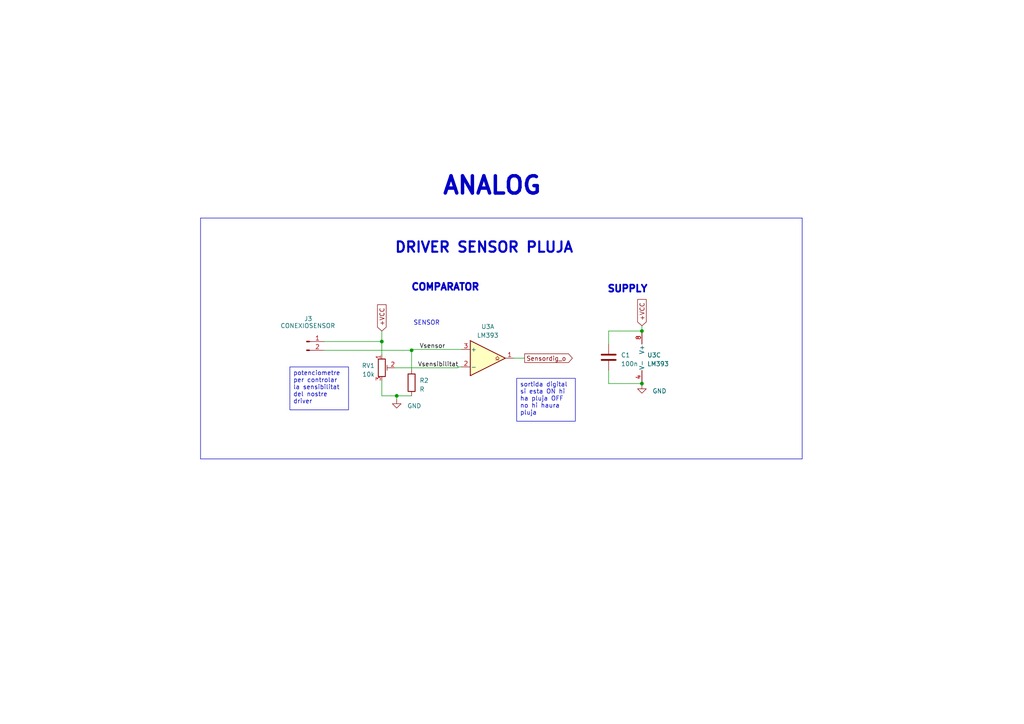
<source format=kicad_sch>
(kicad_sch (version 20230121) (generator eeschema)
  (paper "A4")
  (title_block (title "Projecte Netejaparabrises - Grup 4 Tarda") (date "2023-04-05") (rev "v1.1.05042023"))
  (lib_symbols
    (symbol "Comparator:LM393" (pin_names (offset 0.127))
      (property "Reference" "U" (at 3.81 3.81 0))
      (property "Value" "LM393" (at 6.35 -3.81 0))
      (symbol "LM393_1_1"
        (polyline (pts (xy -5.08 5.08) (xy 5.08 0) (xy -5.08 -5.08) (xy -5.08 5.08)) (stroke (width 0.254)) (fill (type background)))
        (polyline (pts (xy 3.302 -0.508) (xy 2.794 -0.508) (xy 3.302 0) (xy 2.794 0.508) (xy 2.286 0) (xy 2.794 -0.508) (xy 2.286 -0.508)) (stroke (width 0.127)))
        (pin open_collector line (at 7.62 0 180) (length 2.54) (name "~") (number "1"))
        (pin input line (at -7.62 -2.54 0) (length 2.54) (name "-") (number "2"))
        (pin input line (at -7.62 2.54 0) (length 2.54) (name "+") (number "3"))
      )
      (symbol "LM393_2_1"
        (polyline (pts (xy -5.08 5.08) (xy 5.08 0) (xy -5.08 -5.08) (xy -5.08 5.08)) (stroke (width 0.254)) (fill (type background)))
        (polyline (pts (xy 3.302 -0.508) (xy 2.794 -0.508) (xy 3.302 0) (xy 2.794 0.508) (xy 2.286 0) (xy 2.794 -0.508) (xy 2.286 -0.508)) (stroke (width 0.127)))
        (pin input line (at -7.62 2.54 0) (length 2.54) (name "+") (number "5"))
        (pin input line (at -7.62 -2.54 0) (length 2.54) (name "-") (number "6"))
        (pin open_collector line (at 7.62 0 180) (length 2.54) (name "~") (number "7"))
      )
      (symbol "LM393_3_1"
        (pin power_in line (at -2.54 -7.62 90) (length 3.81) (name "V-") (number "4"))
        (pin power_in line (at -2.54 7.62 270) (length 3.81) (name "V+") (number "8"))
      )
    )
    (symbol "Connector:Conn_01x02_Pin" (pin_names (offset 1.016) hide)
      (property "Reference" "J" (at 0 2.54 0))
      (property "Value" "Conn_01x02_Pin" (at 0 -5.08 0))
      (symbol "Conn_01x02_Pin_1_1"
        (polyline (pts (xy 1.27 -2.54) (xy 0.8636 -2.54)) (stroke (width 0.1524)))
        (polyline (pts (xy 1.27 0) (xy 0.8636 0)) (stroke (width 0.1524)))
        (rectangle (start 0.8636 -2.413) (end 0 -2.667) (stroke (width 0.1524)) (fill (type outline)))
        (rectangle (start 0.8636 0.127) (end 0 -0.127) (stroke (width 0.1524)) (fill (type outline)))
        (pin passive line (at 5.08 0 180) (length 3.81) (name "Pin_1") (number "1"))
        (pin passive line (at 5.08 -2.54 180) (length 3.81) (name "Pin_2") (number "2"))
      )
    )
    (symbol "Device:C" (pin_numbers hide) (pin_names (offset 0.254))
      (property "Reference" "C" (at 0.635 2.54 0))
      (property "Value" "C" (at 0.635 -2.54 0))
      (symbol "C_0_1"
        (polyline (pts (xy -2.032 -0.762) (xy 2.032 -0.762)) (stroke (width 0.508)))
        (polyline (pts (xy -2.032 0.762) (xy 2.032 0.762)) (stroke (width 0.508)))
      )
      (symbol "C_1_1"
        (pin passive line (at 0 3.81 270) (length 2.794) (name "~") (number "1"))
        (pin passive line (at 0 -3.81 90) (length 2.794) (name "~") (number "2"))
      )
    )
    (symbol "Device:R" (pin_numbers hide) (pin_names (offset 0))
      (property "Reference" "R" (at 2.032 0 90))
      (property "Value" "R" (at 0 0 90))
      (symbol "R_0_1"
        (rectangle (start -1.016 -2.54) (end 1.016 2.54) (stroke (width 0.254)))
      )
      (symbol "R_1_1"
        (pin passive line (at 0 3.81 270) (length 1.27) (name "~") (number "1"))
        (pin passive line (at 0 -3.81 90) (length 1.27) (name "~") (number "2"))
      )
    )
    (symbol "Device:R_Potentiometer_Trim" (pin_names (offset 1.016) hide)
      (property "Reference" "RV" (at -4.445 0 90))
      (property "Value" "R_Potentiometer_Trim" (at -2.54 0 90))
      (symbol "R_Potentiometer_Trim_0_1"
        (polyline (pts (xy 1.524 0.762) (xy 1.524 -0.762)))
        (polyline (pts (xy 2.54 0) (xy 1.524 0)))
        (rectangle (start 1.016 2.54) (end -1.016 -2.54) (stroke (width 0.254)))
      )
      (symbol "R_Potentiometer_Trim_1_1"
        (pin passive line (at 0 3.81 270) (length 1.27) (name "1") (number "1"))
        (pin passive line (at 3.81 0 180) (length 1.27) (name "2") (number "2"))
        (pin passive line (at 0 -3.81 90) (length 1.27) (name "3") (number "3"))
      )
    )
    (symbol "power:GND" (power) (pin_names (offset 0))
      (property "Value" "GND" (at 0 -3.81 0))
      (symbol "GND_0_1"
        (polyline (pts (xy 0 0) (xy 0 -1.27) (xy 1.27 -1.27) (xy 0 -2.54) (xy -1.27 -1.27) (xy 0 -1.27)))
      )
      (symbol "GND_1_1"
        (pin power_in line (at 0 0 270) (length 0) hide (name "GND") (number "1"))
      )
    )
  )
  (junction (at 110.744 99.06))
  (junction (at 119.38 101.6))
  (junction (at 186.182 96.012))
  (junction (at 186.182 111.252))
  (junction (at 115.062 114.808))
  (wire (pts (xy 93.98 99.06) (xy 110.744 99.06)))
  (wire (pts (xy 115.062 114.808) (xy 119.38 114.808)))
  (wire (pts (xy 119.38 101.346) (xy 133.858 101.346)))
  (wire (pts (xy 186.182 94.488) (xy 186.182 96.012)))
  (wire (pts (xy 149.098 103.886) (xy 152.146 103.886)))
  (wire (pts (xy 176.53 99.822) (xy 176.53 96.012)))
  (wire (pts (xy 176.53 111.252) (xy 186.182 111.252)))
  (wire (pts (xy 186.182 111.252) (xy 186.182 111.506)))
  (wire (pts (xy 110.744 96.012) (xy 110.744 99.06)))
  (wire (pts (xy 119.38 101.346) (xy 119.38 101.6)))
  (wire (pts (xy 176.53 96.012) (xy 186.182 96.012)))
  (wire (pts (xy 115.062 114.808) (xy 115.062 115.824)))
  (wire (pts (xy 132.842 106.68) (xy 114.554 106.68)))
  (wire (pts (xy 110.744 114.808) (xy 115.062 114.808)))
  (wire (pts (xy 132.842 106.426) (xy 132.842 106.68)))
  (wire (pts (xy 110.744 110.49) (xy 110.744 114.808)))
  (polyline (pts (xy 58.166 63.246) (xy 232.664 63.246)))
  (polyline (pts (xy 232.664 63.246) (xy 232.664 133.096)))
  (wire (pts (xy 119.38 101.6) (xy 119.38 107.188)))
  (wire (pts (xy 176.53 107.442) (xy 176.53 111.252)))
  (wire (pts (xy 132.842 106.426) (xy 133.858 106.426)))
  (wire (pts (xy 110.744 99.06) (xy 110.744 102.87)))
  (wire (pts (xy 93.98 101.6) (xy 119.38 101.6)))
  (polyline (pts (xy 232.664 133.096) (xy 58.166 133.096)))
  (polyline (pts (xy 58.166 63.246) (xy 58.166 133.096)))
  (text_box "potenciometre per controlar la sensibilitat del nostre driver" (at 84.074 106.426 0) (size 17.018 12.446) (effects (font (size 1.27 1.27)) (justify left top)))
  (text_box "sortida digital si esta ON hi ha pluja OFF no hi haura pluja\n" (at 149.86 109.728 0) (size 17.018 12.446) (effects (font (size 1.27 1.27)) (justify left top)))
  (text "COMPARATOR\n" (at 119.126 84.582 0) (effects (font (size 2 2) (thickness 0.6) bold) (justify left bottom)))
  (text "SUPPLY" (at 176.022 85.09 0) (effects (font (size 2 2) (thickness 0.6) bold) (justify left bottom)))
  (text "SENSOR" (at 119.888 94.488 0) (effects (font (size 1.27 1.27)) (justify left bottom)))
  (text "DRIVER SENSOR PLUJA" (at 114.3 73.66 0) (effects (font (size 3 3) bold) (justify left bottom)))
  (text "ANALOG" (at 128.016 56.896 0) (effects (font (size 5 5) bold) (justify left bottom)))
  (label "Vsensor" (at 121.666 101.346 0))
  (label "Vsensibilitat" (at 121.158 106.68 0))
  (global_label "+VCC" (shape input) (at 110.744 96.012 90) (property "Intersheetrefs" "${INTERSHEET_REFS}" (effects hide)))
  (global_label "+VCC" (shape input) (at 186.182 94.488 90) (property "Intersheetrefs" "${INTERSHEET_REFS}" (effects hide)))
  (global_label "Sensordig_o" (shape output) (at 152.146 103.886 0) (property "Intersheetrefs" "${INTERSHEET_REFS}" (effects hide)))
  (symbol (lib_id "Connector:Conn_01x02_Pin") (at 88.9 99.06 0) (unit 1)
    (property "Reference" "J3" (at 89.408 92.456 0))
    (property "Value" "CONEXIOSENSOR" (at 89.281 94.488 0))
  )
  (symbol (lib_id "Device:R") (at 119.38 110.998 0) (unit 1)
    (property "Reference" "R2" (at 121.666 110.363 0) (effects (justify left)))
    (property "Value" "R" (at 121.666 112.903 0) (effects (justify left)))
  )
  (symbol (lib_id "Device:R_Potentiometer_Trim") (at 110.744 106.68 0) (unit 1)
    (property "Reference" "RV1" (at 108.712 106.045 0) (effects (justify right)))
    (property "Value" "10k" (at 108.712 108.585 0) (effects (justify right)))
  )
  (symbol (lib_id "Device:C") (at 176.53 103.632 0) (unit 1)
    (property "Reference" "C1" (at 180.086 102.997 0) (effects (justify left)))
    (property "Value" "100n" (at 180.086 105.537 0) (effects (justify left)))
  )
  (symbol (lib_id "Comparator:LM393") (at 141.478 103.886 0) (unit 1)
    (property "Reference" "U3" (at 141.478 94.742 0))
    (property "Value" "LM393" (at 141.478 97.282 0))
    (property "Footprint" "Package_SO:SOIC-8_3.9x4.9mm_P1.27mm" (effects hide))
    (property "Datasheet" "http://www.ti.com/lit/ds/symlink/lm393.pdf" (effects hide))
  )
  (symbol (lib_id "power:GND") (at 186.182 111.506 0) (unit 1)
    (property "Reference" "#PWR015" (effects hide))
    (property "Value" "GND2" (at 189.23 113.411 0) (effects (justify left)))
  )
  (symbol (lib_id "Comparator:LM393") (at 188.722 103.632 0) (unit 3)
    (property "Reference" "U3" (at 187.706 102.997 0) (effects (justify left)))
    (property "Value" "LM393" (at 187.706 105.537 0) (effects (justify left)))
    (property "Footprint" "Package_SO:SOIC-8_3.9x4.9mm_P1.27mm" (effects hide))
    (property "Datasheet" "http://www.ti.com/lit/ds/symlink/lm393.pdf" (effects hide))
  )
  (symbol (lib_id "power:GND") (at 115.062 115.824 0) (unit 1)
    (property "Reference" "#PWR016" (effects hide))
    (property "Value" "GND2" (at 118.11 117.729 0) (effects (justify left)))
  )
)
</source>
